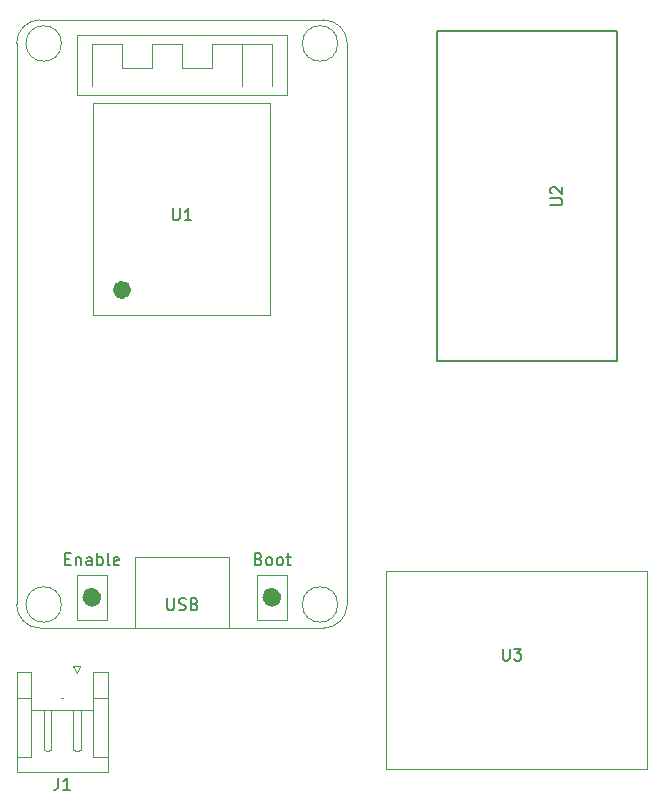
<source format=gbr>
%TF.GenerationSoftware,KiCad,Pcbnew,(5.1.10)-1*%
%TF.CreationDate,2022-04-03T22:30:19-03:00*%
%TF.ProjectId,ESP32_nFR24L01,45535033-325f-46e4-9652-32344c30312e,rev?*%
%TF.SameCoordinates,Original*%
%TF.FileFunction,Legend,Top*%
%TF.FilePolarity,Positive*%
%FSLAX46Y46*%
G04 Gerber Fmt 4.6, Leading zero omitted, Abs format (unit mm)*
G04 Created by KiCad (PCBNEW (5.1.10)-1) date 2022-04-03 22:30:19*
%MOMM*%
%LPD*%
G01*
G04 APERTURE LIST*
%ADD10C,0.120000*%
%ADD11C,0.150000*%
%ADD12C,0.800000*%
%ADD13C,1.000000*%
G04 APERTURE END LIST*
D10*
%TO.C,J1*%
X125850000Y-122510000D02*
X125850000Y-120310000D01*
X125850000Y-120310000D02*
X127070000Y-120310000D01*
X127070000Y-120310000D02*
X127070000Y-128730000D01*
X127070000Y-128730000D02*
X119350000Y-128730000D01*
X119350000Y-128730000D02*
X119350000Y-120310000D01*
X119350000Y-120310000D02*
X120570000Y-120310000D01*
X120570000Y-120310000D02*
X120570000Y-122510000D01*
X127070000Y-127510000D02*
X125850000Y-127510000D01*
X125850000Y-127510000D02*
X125850000Y-122510000D01*
X125850000Y-122510000D02*
X127070000Y-122510000D01*
X119350000Y-127510000D02*
X120570000Y-127510000D01*
X120570000Y-127510000D02*
X120570000Y-122510000D01*
X120570000Y-122510000D02*
X119350000Y-122510000D01*
X125850000Y-123510000D02*
X120570000Y-123510000D01*
X124460000Y-123510000D02*
X124780000Y-123510000D01*
X124780000Y-123510000D02*
X124780000Y-126930000D01*
X124780000Y-126930000D02*
X124460000Y-127010000D01*
X124460000Y-127010000D02*
X124140000Y-126930000D01*
X124140000Y-126930000D02*
X124140000Y-123510000D01*
X124140000Y-123510000D02*
X124460000Y-123510000D01*
X123290000Y-122510000D02*
X123130000Y-122510000D01*
X121960000Y-123510000D02*
X122280000Y-123510000D01*
X122280000Y-123510000D02*
X122280000Y-126930000D01*
X122280000Y-126930000D02*
X121960000Y-127010000D01*
X121960000Y-127010000D02*
X121640000Y-126930000D01*
X121640000Y-126930000D02*
X121640000Y-123510000D01*
X121640000Y-123510000D02*
X121960000Y-123510000D01*
X124460000Y-120420000D02*
X124760000Y-119820000D01*
X124760000Y-119820000D02*
X124160000Y-119820000D01*
X124160000Y-119820000D02*
X124460000Y-120420000D01*
%TO.C,U3*%
X172720000Y-128524000D02*
X172720000Y-111760000D01*
X150622000Y-128524000D02*
X172720000Y-128524000D01*
X150622000Y-111760000D02*
X150622000Y-128524000D01*
X172720000Y-111760000D02*
X150622000Y-111760000D01*
D11*
%TO.C,U2*%
X170180000Y-66040000D02*
X154940000Y-66040000D01*
X154940000Y-66040000D02*
X154940000Y-93980000D01*
X154940000Y-93980000D02*
X170180000Y-93980000D01*
X170180000Y-93980000D02*
X170180000Y-66040000D01*
D10*
%TO.C,U1*%
X123150000Y-67080000D02*
G75*
G03*
X123150000Y-67080000I-1500000J0D01*
G01*
X146550000Y-67080000D02*
G75*
G03*
X146550000Y-67080000I-1500000J0D01*
G01*
X147350000Y-114580000D02*
X147350000Y-67080000D01*
X119350000Y-67080000D02*
X119350000Y-114580000D01*
X121350000Y-116580000D02*
X145350000Y-116580000D01*
X121350000Y-65080000D02*
X145350000Y-65080000D01*
X123150000Y-114580000D02*
G75*
G03*
X123150000Y-114580000I-1500000J0D01*
G01*
X146550000Y-114580000D02*
G75*
G03*
X146550000Y-114580000I-1500000J0D01*
G01*
X129350000Y-110580000D02*
X129350000Y-116580000D01*
X137350000Y-110580000D02*
X137350000Y-116580000D01*
X129350000Y-110580000D02*
X137350000Y-110580000D01*
X124460000Y-66350000D02*
X142240000Y-66350000D01*
X142240000Y-66350000D02*
X142240000Y-71430000D01*
X142240000Y-71430000D02*
X124460000Y-71430000D01*
X124460000Y-71430000D02*
X124460000Y-66350000D01*
X125730000Y-70668000D02*
X125730000Y-67112000D01*
X125730000Y-67112000D02*
X128270000Y-67112000D01*
X128270000Y-67112000D02*
X128270000Y-69144000D01*
X128270000Y-69144000D02*
X130810000Y-69144000D01*
X130810000Y-69144000D02*
X130810000Y-67112000D01*
X130810000Y-67112000D02*
X133350000Y-67112000D01*
X133350000Y-67112000D02*
X133350000Y-69144000D01*
X133350000Y-69144000D02*
X135890000Y-69144000D01*
X135890000Y-69144000D02*
X135890000Y-67112000D01*
X135890000Y-67112000D02*
X140970000Y-67112000D01*
X140970000Y-67112000D02*
X140970000Y-70668000D01*
X138430000Y-67112000D02*
X138430000Y-70668000D01*
X125850000Y-72080000D02*
X140850000Y-72080000D01*
X140850000Y-72080000D02*
X140850000Y-90080000D01*
X140850000Y-90080000D02*
X125850000Y-90080000D01*
X125850000Y-90080000D02*
X125850000Y-72080000D01*
D12*
X128670000Y-87940000D02*
G75*
G03*
X128670000Y-87940000I-400000J0D01*
G01*
D10*
X139700000Y-112070000D02*
X142240000Y-112070000D01*
X142240000Y-112070000D02*
X142240000Y-115880000D01*
X142240000Y-115880000D02*
X139700000Y-115880000D01*
X139700000Y-115880000D02*
X139700000Y-112070000D01*
X127000000Y-115880000D02*
X124460000Y-115880000D01*
X124460000Y-115880000D02*
X124460000Y-112070000D01*
X124460000Y-112070000D02*
X127000000Y-112070000D01*
X127000000Y-112070000D02*
X127000000Y-115880000D01*
D13*
X126030000Y-113975000D02*
G75*
G03*
X126030000Y-113975000I-300000J0D01*
G01*
X141270000Y-113975000D02*
G75*
G03*
X141270000Y-113975000I-300000J0D01*
G01*
D10*
X145350000Y-65080000D02*
G75*
G02*
X147350000Y-67080000I0J-2000000D01*
G01*
X119350000Y-67080000D02*
G75*
G02*
X121350000Y-65080000I2000000J0D01*
G01*
X121350000Y-116580000D02*
G75*
G02*
X119350000Y-114580000I0J2000000D01*
G01*
X147350000Y-114580000D02*
G75*
G02*
X145350000Y-116580000I-2000000J0D01*
G01*
%TO.C,J1*%
D11*
X122876666Y-129272380D02*
X122876666Y-129986666D01*
X122829047Y-130129523D01*
X122733809Y-130224761D01*
X122590952Y-130272380D01*
X122495714Y-130272380D01*
X123876666Y-130272380D02*
X123305238Y-130272380D01*
X123590952Y-130272380D02*
X123590952Y-129272380D01*
X123495714Y-129415238D01*
X123400476Y-129510476D01*
X123305238Y-129558095D01*
%TO.C,U3*%
X160528095Y-118332380D02*
X160528095Y-119141904D01*
X160575714Y-119237142D01*
X160623333Y-119284761D01*
X160718571Y-119332380D01*
X160909047Y-119332380D01*
X161004285Y-119284761D01*
X161051904Y-119237142D01*
X161099523Y-119141904D01*
X161099523Y-118332380D01*
X161480476Y-118332380D02*
X162099523Y-118332380D01*
X161766190Y-118713333D01*
X161909047Y-118713333D01*
X162004285Y-118760952D01*
X162051904Y-118808571D01*
X162099523Y-118903809D01*
X162099523Y-119141904D01*
X162051904Y-119237142D01*
X162004285Y-119284761D01*
X161909047Y-119332380D01*
X161623333Y-119332380D01*
X161528095Y-119284761D01*
X161480476Y-119237142D01*
%TO.C,U2*%
X164552380Y-80771904D02*
X165361904Y-80771904D01*
X165457142Y-80724285D01*
X165504761Y-80676666D01*
X165552380Y-80581428D01*
X165552380Y-80390952D01*
X165504761Y-80295714D01*
X165457142Y-80248095D01*
X165361904Y-80200476D01*
X164552380Y-80200476D01*
X164647619Y-79771904D02*
X164600000Y-79724285D01*
X164552380Y-79629047D01*
X164552380Y-79390952D01*
X164600000Y-79295714D01*
X164647619Y-79248095D01*
X164742857Y-79200476D01*
X164838095Y-79200476D01*
X164980952Y-79248095D01*
X165552380Y-79819523D01*
X165552380Y-79200476D01*
%TO.C,U1*%
X132588095Y-81042380D02*
X132588095Y-81851904D01*
X132635714Y-81947142D01*
X132683333Y-81994761D01*
X132778571Y-82042380D01*
X132969047Y-82042380D01*
X133064285Y-81994761D01*
X133111904Y-81947142D01*
X133159523Y-81851904D01*
X133159523Y-81042380D01*
X134159523Y-82042380D02*
X133588095Y-82042380D01*
X133873809Y-82042380D02*
X133873809Y-81042380D01*
X133778571Y-81185238D01*
X133683333Y-81280476D01*
X133588095Y-81328095D01*
X132088095Y-114062380D02*
X132088095Y-114871904D01*
X132135714Y-114967142D01*
X132183333Y-115014761D01*
X132278571Y-115062380D01*
X132469047Y-115062380D01*
X132564285Y-115014761D01*
X132611904Y-114967142D01*
X132659523Y-114871904D01*
X132659523Y-114062380D01*
X133088095Y-115014761D02*
X133230952Y-115062380D01*
X133469047Y-115062380D01*
X133564285Y-115014761D01*
X133611904Y-114967142D01*
X133659523Y-114871904D01*
X133659523Y-114776666D01*
X133611904Y-114681428D01*
X133564285Y-114633809D01*
X133469047Y-114586190D01*
X133278571Y-114538571D01*
X133183333Y-114490952D01*
X133135714Y-114443333D01*
X133088095Y-114348095D01*
X133088095Y-114252857D01*
X133135714Y-114157619D01*
X133183333Y-114110000D01*
X133278571Y-114062380D01*
X133516666Y-114062380D01*
X133659523Y-114110000D01*
X134421428Y-114538571D02*
X134564285Y-114586190D01*
X134611904Y-114633809D01*
X134659523Y-114729047D01*
X134659523Y-114871904D01*
X134611904Y-114967142D01*
X134564285Y-115014761D01*
X134469047Y-115062380D01*
X134088095Y-115062380D01*
X134088095Y-114062380D01*
X134421428Y-114062380D01*
X134516666Y-114110000D01*
X134564285Y-114157619D01*
X134611904Y-114252857D01*
X134611904Y-114348095D01*
X134564285Y-114443333D01*
X134516666Y-114490952D01*
X134421428Y-114538571D01*
X134088095Y-114538571D01*
X139850952Y-110728571D02*
X139993809Y-110776190D01*
X140041428Y-110823809D01*
X140089047Y-110919047D01*
X140089047Y-111061904D01*
X140041428Y-111157142D01*
X139993809Y-111204761D01*
X139898571Y-111252380D01*
X139517619Y-111252380D01*
X139517619Y-110252380D01*
X139850952Y-110252380D01*
X139946190Y-110300000D01*
X139993809Y-110347619D01*
X140041428Y-110442857D01*
X140041428Y-110538095D01*
X139993809Y-110633333D01*
X139946190Y-110680952D01*
X139850952Y-110728571D01*
X139517619Y-110728571D01*
X140660476Y-111252380D02*
X140565238Y-111204761D01*
X140517619Y-111157142D01*
X140470000Y-111061904D01*
X140470000Y-110776190D01*
X140517619Y-110680952D01*
X140565238Y-110633333D01*
X140660476Y-110585714D01*
X140803333Y-110585714D01*
X140898571Y-110633333D01*
X140946190Y-110680952D01*
X140993809Y-110776190D01*
X140993809Y-111061904D01*
X140946190Y-111157142D01*
X140898571Y-111204761D01*
X140803333Y-111252380D01*
X140660476Y-111252380D01*
X141565238Y-111252380D02*
X141470000Y-111204761D01*
X141422380Y-111157142D01*
X141374761Y-111061904D01*
X141374761Y-110776190D01*
X141422380Y-110680952D01*
X141470000Y-110633333D01*
X141565238Y-110585714D01*
X141708095Y-110585714D01*
X141803333Y-110633333D01*
X141850952Y-110680952D01*
X141898571Y-110776190D01*
X141898571Y-111061904D01*
X141850952Y-111157142D01*
X141803333Y-111204761D01*
X141708095Y-111252380D01*
X141565238Y-111252380D01*
X142184285Y-110585714D02*
X142565238Y-110585714D01*
X142327142Y-110252380D02*
X142327142Y-111109523D01*
X142374761Y-111204761D01*
X142470000Y-111252380D01*
X142565238Y-111252380D01*
X123468095Y-110728571D02*
X123801428Y-110728571D01*
X123944285Y-111252380D02*
X123468095Y-111252380D01*
X123468095Y-110252380D01*
X123944285Y-110252380D01*
X124372857Y-110585714D02*
X124372857Y-111252380D01*
X124372857Y-110680952D02*
X124420476Y-110633333D01*
X124515714Y-110585714D01*
X124658571Y-110585714D01*
X124753809Y-110633333D01*
X124801428Y-110728571D01*
X124801428Y-111252380D01*
X125706190Y-111252380D02*
X125706190Y-110728571D01*
X125658571Y-110633333D01*
X125563333Y-110585714D01*
X125372857Y-110585714D01*
X125277619Y-110633333D01*
X125706190Y-111204761D02*
X125610952Y-111252380D01*
X125372857Y-111252380D01*
X125277619Y-111204761D01*
X125230000Y-111109523D01*
X125230000Y-111014285D01*
X125277619Y-110919047D01*
X125372857Y-110871428D01*
X125610952Y-110871428D01*
X125706190Y-110823809D01*
X126182380Y-111252380D02*
X126182380Y-110252380D01*
X126182380Y-110633333D02*
X126277619Y-110585714D01*
X126468095Y-110585714D01*
X126563333Y-110633333D01*
X126610952Y-110680952D01*
X126658571Y-110776190D01*
X126658571Y-111061904D01*
X126610952Y-111157142D01*
X126563333Y-111204761D01*
X126468095Y-111252380D01*
X126277619Y-111252380D01*
X126182380Y-111204761D01*
X127230000Y-111252380D02*
X127134761Y-111204761D01*
X127087142Y-111109523D01*
X127087142Y-110252380D01*
X127991904Y-111204761D02*
X127896666Y-111252380D01*
X127706190Y-111252380D01*
X127610952Y-111204761D01*
X127563333Y-111109523D01*
X127563333Y-110728571D01*
X127610952Y-110633333D01*
X127706190Y-110585714D01*
X127896666Y-110585714D01*
X127991904Y-110633333D01*
X128039523Y-110728571D01*
X128039523Y-110823809D01*
X127563333Y-110919047D01*
%TD*%
M02*

</source>
